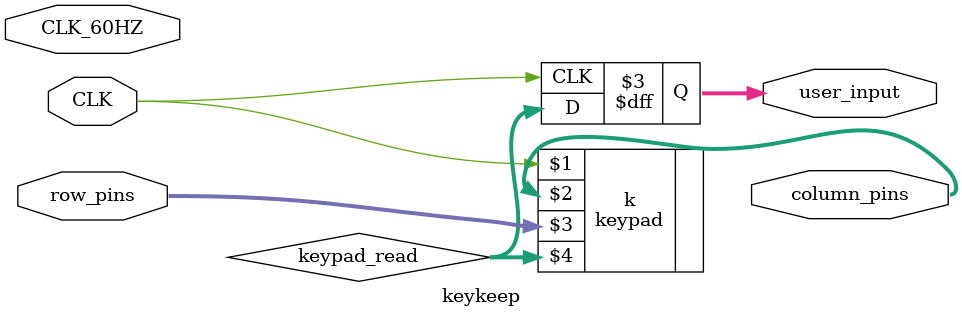
<source format=v>
module keykeep(
      input wire CLK, input wire CLK_60HZ,
      output reg [3:0] column_pins, input wire [3:0] row_pins,
      output reg [15:0] user_input,
      );

  wire [15:0] keypad_read;
  wire [15:0] conv;
  //Initialize the Keypad module under the Key Press Keeper module
  keypad k(CLK, column_pins, row_pins, keypad_read);

  initial begin
    user_input = 0;
  end

  always @(posedge CLK) begin
      user_input <= keypad_read;
  end

endmodule

</source>
